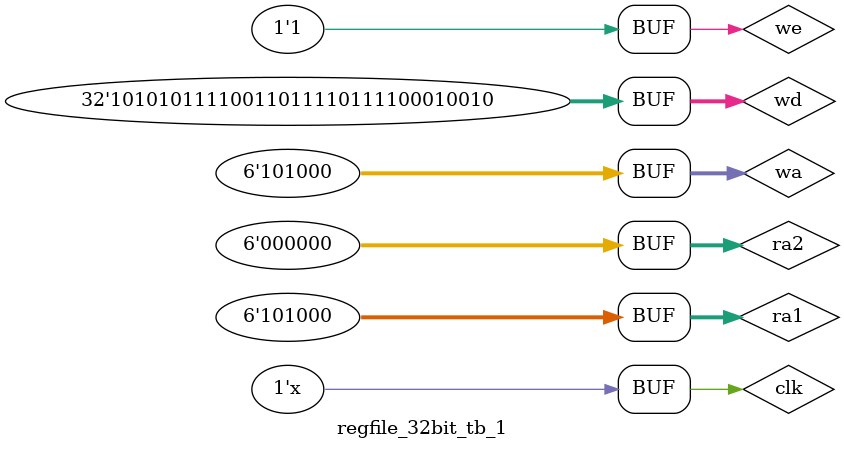
<source format=sv>
`timescale 1ns / 1ps


module regfile_32bit_tb_1;

    parameter RWIDTH = 6;
    parameter DWIDTH = 32;

    logic [RWIDTH - 1:0]  ra1;
    logic [RWIDTH - 1:0]  ra2;
    logic [RWIDTH - 1:0]  wa;
    logic [DWIDTH - 1:0]  wd;
    logic                 we;
    logic                 clk = 0;
    logic [DWIDTH - 1:0] rd1;
    logic [DWIDTH - 1:0] rd2;
            
    regfile_32bit R1(
        .ra1(ra1),
        .ra2(ra2),
        .wa(wa),
        .wd(wd),
        .we(we),
        .clk(clk),
        .rd1(rd1),
        .rd2(rd2)
        );
    
    initial begin
        we = 1'b0;
        wa = 6'b000000;
        wd = 32'habcdef12;
        ra1 = 6'b000000;
        ra2 = 6'b101000;
        
        //#100; we won't be on long enough...
        #60;
        we = 1'b1;
        
        #35;
        ra1 = 6'b101000;
        ra2 = 6'b000000;
        
        #5;
        wa = 6'b101000;
        
    end
    
    always #10 clk = ~clk; //#50;  clk won't be on long enough...
    
           
endmodule

</source>
